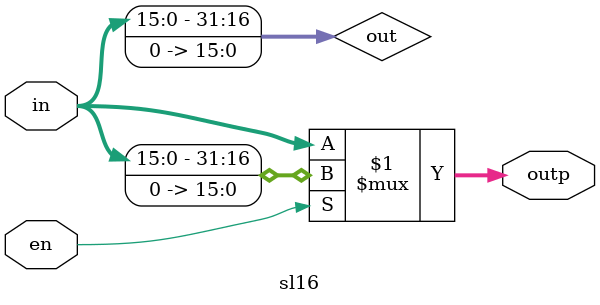
<source format=v>
module sl16(in,en,outp);

input [31:0] in;
input en;
output [31:0] outp;
wire[31:0] out;

assign out[0] = 1'b0;
assign out[1 ] = 1'b0;
assign out[2 ] = 1'b0;
assign out[3 ] = 1'b0;
assign out[4 ] = 1'b0;
assign out[5 ] = 1'b0;
assign out[6 ] = 1'b0;
assign out[7 ] = 1'b0;
assign out[8 ] = 1'b0;
assign out[9 ] = 1'b0;
assign out[10] = 1'b0;
assign out[11] = 1'b0;
assign out[12] = 1'b0;
assign out[13] = 1'b0;
assign out[14] = 1'b0;
assign out[15] = 1'b0;
assign out[16] = in[0 ];
assign out[17] = in[1 ];
assign out[18] = in[2 ];
assign out[19] = in[3 ];
assign out[20] = in[4 ];
assign out[21] = in[5 ];
assign out[22] = in[6 ];
assign out[23] = in[7 ];
assign out[24] = in[8 ];
assign out[25] = in[9 ];
assign out[26] = in[10];
assign out[27] = in[11];
assign out[28] = in[12];
assign out[29] = in[13];
assign out[30] = in[14];
assign out[31] = in[15];

assign outp = en? out:in;
endmodule

</source>
